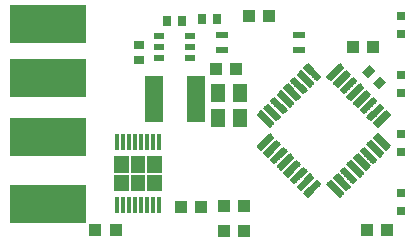
<source format=gbr>
G04 EAGLE Gerber RS-274X export*
G75*
%MOMM*%
%FSLAX34Y34*%
%LPD*%
%INSolderpaste Top*%
%IPPOS*%
%AMOC8*
5,1,8,0,0,1.08239X$1,22.5*%
G01*
%ADD10R,1.000000X0.500000*%
%ADD11C,0.137500*%
%ADD12R,1.498600X3.987800*%
%ADD13R,0.896100X0.517200*%
%ADD14R,1.000000X1.100000*%
%ADD15R,0.800000X0.800000*%
%ADD16R,0.900000X0.700000*%
%ADD17R,0.700000X0.900000*%
%ADD18R,6.451600X3.251200*%
%ADD19R,1.100000X1.000000*%
%ADD20R,1.300000X1.500000*%
%ADD21R,0.304800X1.391400*%

G36*
X146957Y64875D02*
X146957Y64875D01*
X146959Y64874D01*
X147002Y64894D01*
X147046Y64912D01*
X147046Y64914D01*
X147048Y64915D01*
X147081Y65000D01*
X147081Y78494D01*
X147080Y78496D01*
X147081Y78498D01*
X147061Y78541D01*
X147043Y78585D01*
X147041Y78585D01*
X147040Y78587D01*
X146955Y78620D01*
X134985Y78620D01*
X134983Y78619D01*
X134981Y78620D01*
X134938Y78600D01*
X134894Y78582D01*
X134894Y78580D01*
X134892Y78579D01*
X134859Y78494D01*
X134859Y65000D01*
X134860Y64998D01*
X134859Y64996D01*
X134879Y64953D01*
X134897Y64909D01*
X134899Y64909D01*
X134900Y64907D01*
X134985Y64874D01*
X146955Y64874D01*
X146957Y64875D01*
G37*
G36*
X132987Y64875D02*
X132987Y64875D01*
X132989Y64874D01*
X133032Y64894D01*
X133076Y64912D01*
X133076Y64914D01*
X133078Y64915D01*
X133111Y65000D01*
X133111Y78494D01*
X133110Y78496D01*
X133111Y78498D01*
X133091Y78541D01*
X133073Y78585D01*
X133071Y78585D01*
X133070Y78587D01*
X132985Y78620D01*
X121015Y78620D01*
X121013Y78619D01*
X121011Y78620D01*
X120968Y78600D01*
X120924Y78582D01*
X120924Y78580D01*
X120922Y78579D01*
X120889Y78494D01*
X120889Y65000D01*
X120890Y64998D01*
X120889Y64996D01*
X120909Y64953D01*
X120927Y64909D01*
X120929Y64909D01*
X120930Y64907D01*
X121015Y64874D01*
X132985Y64874D01*
X132987Y64875D01*
G37*
G36*
X119017Y64875D02*
X119017Y64875D01*
X119019Y64874D01*
X119062Y64894D01*
X119106Y64912D01*
X119106Y64914D01*
X119108Y64915D01*
X119141Y65000D01*
X119141Y78494D01*
X119140Y78496D01*
X119141Y78498D01*
X119121Y78541D01*
X119103Y78585D01*
X119101Y78585D01*
X119100Y78587D01*
X119015Y78620D01*
X107045Y78620D01*
X107043Y78619D01*
X107041Y78620D01*
X106998Y78600D01*
X106954Y78582D01*
X106954Y78580D01*
X106952Y78579D01*
X106919Y78494D01*
X106919Y65000D01*
X106920Y64998D01*
X106919Y64996D01*
X106939Y64953D01*
X106957Y64909D01*
X106959Y64909D01*
X106960Y64907D01*
X107045Y64874D01*
X119015Y64874D01*
X119017Y64875D01*
G37*
G36*
X146957Y49381D02*
X146957Y49381D01*
X146959Y49380D01*
X147002Y49400D01*
X147046Y49418D01*
X147046Y49420D01*
X147048Y49421D01*
X147081Y49506D01*
X147081Y63000D01*
X147080Y63002D01*
X147081Y63004D01*
X147061Y63047D01*
X147043Y63091D01*
X147041Y63091D01*
X147040Y63093D01*
X146955Y63126D01*
X134985Y63126D01*
X134983Y63125D01*
X134981Y63126D01*
X134938Y63106D01*
X134894Y63088D01*
X134894Y63086D01*
X134892Y63085D01*
X134859Y63000D01*
X134859Y49506D01*
X134860Y49504D01*
X134859Y49502D01*
X134879Y49459D01*
X134897Y49415D01*
X134899Y49415D01*
X134900Y49413D01*
X134985Y49380D01*
X146955Y49380D01*
X146957Y49381D01*
G37*
G36*
X132987Y49381D02*
X132987Y49381D01*
X132989Y49380D01*
X133032Y49400D01*
X133076Y49418D01*
X133076Y49420D01*
X133078Y49421D01*
X133111Y49506D01*
X133111Y63000D01*
X133110Y63002D01*
X133111Y63004D01*
X133091Y63047D01*
X133073Y63091D01*
X133071Y63091D01*
X133070Y63093D01*
X132985Y63126D01*
X121015Y63126D01*
X121013Y63125D01*
X121011Y63126D01*
X120968Y63106D01*
X120924Y63088D01*
X120924Y63086D01*
X120922Y63085D01*
X120889Y63000D01*
X120889Y49506D01*
X120890Y49504D01*
X120889Y49502D01*
X120909Y49459D01*
X120927Y49415D01*
X120929Y49415D01*
X120930Y49413D01*
X121015Y49380D01*
X132985Y49380D01*
X132987Y49381D01*
G37*
G36*
X119017Y49381D02*
X119017Y49381D01*
X119019Y49380D01*
X119062Y49400D01*
X119106Y49418D01*
X119106Y49420D01*
X119108Y49421D01*
X119141Y49506D01*
X119141Y63000D01*
X119140Y63002D01*
X119141Y63004D01*
X119121Y63047D01*
X119103Y63091D01*
X119101Y63091D01*
X119100Y63093D01*
X119015Y63126D01*
X107045Y63126D01*
X107043Y63125D01*
X107041Y63126D01*
X106998Y63106D01*
X106954Y63088D01*
X106954Y63086D01*
X106952Y63085D01*
X106919Y63000D01*
X106919Y49506D01*
X106920Y49504D01*
X106919Y49502D01*
X106939Y49459D01*
X106957Y49415D01*
X106959Y49415D01*
X106960Y49413D01*
X107045Y49380D01*
X119015Y49380D01*
X119017Y49381D01*
G37*
D10*
X263000Y168850D03*
X263000Y181550D03*
X198200Y181550D03*
X198200Y168850D03*
D11*
X241473Y94554D02*
X231132Y84213D01*
X228215Y87130D01*
X238556Y97471D01*
X241473Y94554D01*
X232438Y85519D02*
X229826Y85519D01*
X228520Y86825D02*
X233744Y86825D01*
X235050Y88131D02*
X229216Y88131D01*
X230522Y89437D02*
X236356Y89437D01*
X237662Y90743D02*
X231828Y90743D01*
X233134Y92049D02*
X238968Y92049D01*
X240274Y93355D02*
X234440Y93355D01*
X235746Y94661D02*
X241366Y94661D01*
X240060Y95967D02*
X237052Y95967D01*
X238358Y97273D02*
X238754Y97273D01*
X247130Y88897D02*
X236789Y78556D01*
X233872Y81473D01*
X244213Y91814D01*
X247130Y88897D01*
X238095Y79862D02*
X235483Y79862D01*
X234177Y81168D02*
X239401Y81168D01*
X240707Y82474D02*
X234873Y82474D01*
X236179Y83780D02*
X242013Y83780D01*
X243319Y85086D02*
X237485Y85086D01*
X238791Y86392D02*
X244625Y86392D01*
X245931Y87698D02*
X240097Y87698D01*
X241403Y89004D02*
X247023Y89004D01*
X245717Y90310D02*
X242709Y90310D01*
X244015Y91616D02*
X244411Y91616D01*
X252787Y83240D02*
X242446Y72899D01*
X239529Y75816D01*
X249870Y86157D01*
X252787Y83240D01*
X243752Y74205D02*
X241140Y74205D01*
X239834Y75511D02*
X245058Y75511D01*
X246364Y76817D02*
X240530Y76817D01*
X241836Y78123D02*
X247670Y78123D01*
X248976Y79429D02*
X243142Y79429D01*
X244448Y80735D02*
X250282Y80735D01*
X251588Y82041D02*
X245754Y82041D01*
X247060Y83347D02*
X252680Y83347D01*
X251374Y84653D02*
X248366Y84653D01*
X249672Y85959D02*
X250068Y85959D01*
X258444Y77583D02*
X248103Y67242D01*
X245186Y70159D01*
X255527Y80500D01*
X258444Y77583D01*
X249409Y68548D02*
X246797Y68548D01*
X245491Y69854D02*
X250715Y69854D01*
X252021Y71160D02*
X246187Y71160D01*
X247493Y72466D02*
X253327Y72466D01*
X254633Y73772D02*
X248799Y73772D01*
X250105Y75078D02*
X255939Y75078D01*
X257245Y76384D02*
X251411Y76384D01*
X252717Y77690D02*
X258337Y77690D01*
X257031Y78996D02*
X254023Y78996D01*
X255329Y80302D02*
X255725Y80302D01*
X264100Y71927D02*
X253759Y61586D01*
X250842Y64503D01*
X261183Y74844D01*
X264100Y71927D01*
X255065Y62892D02*
X252453Y62892D01*
X251147Y64198D02*
X256371Y64198D01*
X257677Y65504D02*
X251843Y65504D01*
X253149Y66810D02*
X258983Y66810D01*
X260289Y68116D02*
X254455Y68116D01*
X255761Y69422D02*
X261595Y69422D01*
X262901Y70728D02*
X257067Y70728D01*
X258373Y72034D02*
X263993Y72034D01*
X262687Y73340D02*
X259679Y73340D01*
X260985Y74646D02*
X261381Y74646D01*
X269757Y66270D02*
X259416Y55929D01*
X256499Y58846D01*
X266840Y69187D01*
X269757Y66270D01*
X260722Y57235D02*
X258110Y57235D01*
X256804Y58541D02*
X262028Y58541D01*
X263334Y59847D02*
X257500Y59847D01*
X258806Y61153D02*
X264640Y61153D01*
X265946Y62459D02*
X260112Y62459D01*
X261418Y63765D02*
X267252Y63765D01*
X268558Y65071D02*
X262724Y65071D01*
X264030Y66377D02*
X269650Y66377D01*
X268344Y67683D02*
X265336Y67683D01*
X266642Y68989D02*
X267038Y68989D01*
X275414Y60613D02*
X265073Y50272D01*
X262156Y53189D01*
X272497Y63530D01*
X275414Y60613D01*
X266379Y51578D02*
X263767Y51578D01*
X262461Y52884D02*
X267685Y52884D01*
X268991Y54190D02*
X263157Y54190D01*
X264463Y55496D02*
X270297Y55496D01*
X271603Y56802D02*
X265769Y56802D01*
X267075Y58108D02*
X272909Y58108D01*
X274215Y59414D02*
X268381Y59414D01*
X269687Y60720D02*
X275307Y60720D01*
X274001Y62026D02*
X270993Y62026D01*
X272299Y63332D02*
X272695Y63332D01*
X281071Y54956D02*
X270730Y44615D01*
X267813Y47532D01*
X278154Y57873D01*
X281071Y54956D01*
X272036Y45921D02*
X269424Y45921D01*
X268118Y47227D02*
X273342Y47227D01*
X274648Y48533D02*
X268814Y48533D01*
X270120Y49839D02*
X275954Y49839D01*
X277260Y51145D02*
X271426Y51145D01*
X272732Y52451D02*
X278566Y52451D01*
X279872Y53757D02*
X274038Y53757D01*
X275344Y55063D02*
X280964Y55063D01*
X279658Y56369D02*
X276650Y56369D01*
X277956Y57675D02*
X278352Y57675D01*
X329844Y103729D02*
X340185Y114070D01*
X329844Y103729D02*
X326927Y106646D01*
X337268Y116987D01*
X340185Y114070D01*
X331150Y105035D02*
X328538Y105035D01*
X327232Y106341D02*
X332456Y106341D01*
X333762Y107647D02*
X327928Y107647D01*
X329234Y108953D02*
X335068Y108953D01*
X336374Y110259D02*
X330540Y110259D01*
X331846Y111565D02*
X337680Y111565D01*
X338986Y112871D02*
X333152Y112871D01*
X334458Y114177D02*
X340078Y114177D01*
X338772Y115483D02*
X335764Y115483D01*
X337070Y116789D02*
X337466Y116789D01*
X334528Y119727D02*
X324187Y109386D01*
X321270Y112303D01*
X331611Y122644D01*
X334528Y119727D01*
X325493Y110692D02*
X322881Y110692D01*
X321575Y111998D02*
X326799Y111998D01*
X328105Y113304D02*
X322271Y113304D01*
X323577Y114610D02*
X329411Y114610D01*
X330717Y115916D02*
X324883Y115916D01*
X326189Y117222D02*
X332023Y117222D01*
X333329Y118528D02*
X327495Y118528D01*
X328801Y119834D02*
X334421Y119834D01*
X333115Y121140D02*
X330107Y121140D01*
X331413Y122446D02*
X331809Y122446D01*
X328871Y125384D02*
X318530Y115043D01*
X315613Y117960D01*
X325954Y128301D01*
X328871Y125384D01*
X319836Y116349D02*
X317224Y116349D01*
X315918Y117655D02*
X321142Y117655D01*
X322448Y118961D02*
X316614Y118961D01*
X317920Y120267D02*
X323754Y120267D01*
X325060Y121573D02*
X319226Y121573D01*
X320532Y122879D02*
X326366Y122879D01*
X327672Y124185D02*
X321838Y124185D01*
X323144Y125491D02*
X328764Y125491D01*
X327458Y126797D02*
X324450Y126797D01*
X325756Y128103D02*
X326152Y128103D01*
X323214Y131041D02*
X312873Y120700D01*
X309956Y123617D01*
X320297Y133958D01*
X323214Y131041D01*
X314179Y122006D02*
X311567Y122006D01*
X310261Y123312D02*
X315485Y123312D01*
X316791Y124618D02*
X310957Y124618D01*
X312263Y125924D02*
X318097Y125924D01*
X319403Y127230D02*
X313569Y127230D01*
X314875Y128536D02*
X320709Y128536D01*
X322015Y129842D02*
X316181Y129842D01*
X317487Y131148D02*
X323107Y131148D01*
X321801Y132454D02*
X318793Y132454D01*
X320099Y133760D02*
X320495Y133760D01*
X317558Y136697D02*
X307217Y126356D01*
X304300Y129273D01*
X314641Y139614D01*
X317558Y136697D01*
X308523Y127662D02*
X305911Y127662D01*
X304605Y128968D02*
X309829Y128968D01*
X311135Y130274D02*
X305301Y130274D01*
X306607Y131580D02*
X312441Y131580D01*
X313747Y132886D02*
X307913Y132886D01*
X309219Y134192D02*
X315053Y134192D01*
X316359Y135498D02*
X310525Y135498D01*
X311831Y136804D02*
X317451Y136804D01*
X316145Y138110D02*
X313137Y138110D01*
X314443Y139416D02*
X314839Y139416D01*
X311901Y142354D02*
X301560Y132013D01*
X298643Y134930D01*
X308984Y145271D01*
X311901Y142354D01*
X302866Y133319D02*
X300254Y133319D01*
X298948Y134625D02*
X304172Y134625D01*
X305478Y135931D02*
X299644Y135931D01*
X300950Y137237D02*
X306784Y137237D01*
X308090Y138543D02*
X302256Y138543D01*
X303562Y139849D02*
X309396Y139849D01*
X310702Y141155D02*
X304868Y141155D01*
X306174Y142461D02*
X311794Y142461D01*
X310488Y143767D02*
X307480Y143767D01*
X308786Y145073D02*
X309182Y145073D01*
X306244Y148011D02*
X295903Y137670D01*
X292986Y140587D01*
X303327Y150928D01*
X306244Y148011D01*
X297209Y138976D02*
X294597Y138976D01*
X293291Y140282D02*
X298515Y140282D01*
X299821Y141588D02*
X293987Y141588D01*
X295293Y142894D02*
X301127Y142894D01*
X302433Y144200D02*
X296599Y144200D01*
X297905Y145506D02*
X303739Y145506D01*
X305045Y146812D02*
X299211Y146812D01*
X300517Y148118D02*
X306137Y148118D01*
X304831Y149424D02*
X301823Y149424D01*
X303129Y150730D02*
X303525Y150730D01*
X300587Y153668D02*
X290246Y143327D01*
X287329Y146244D01*
X297670Y156585D01*
X300587Y153668D01*
X291552Y144633D02*
X288940Y144633D01*
X287634Y145939D02*
X292858Y145939D01*
X294164Y147245D02*
X288330Y147245D01*
X289636Y148551D02*
X295470Y148551D01*
X296776Y149857D02*
X290942Y149857D01*
X292248Y151163D02*
X298082Y151163D01*
X299388Y152469D02*
X293554Y152469D01*
X294860Y153775D02*
X300480Y153775D01*
X299174Y155081D02*
X296166Y155081D01*
X297472Y156387D02*
X297868Y156387D01*
X278154Y143327D02*
X267813Y153668D01*
X270730Y156585D01*
X281071Y146244D01*
X278154Y143327D01*
X279460Y144633D02*
X276848Y144633D01*
X275542Y145939D02*
X280766Y145939D01*
X280070Y147245D02*
X274236Y147245D01*
X272930Y148551D02*
X278764Y148551D01*
X277458Y149857D02*
X271624Y149857D01*
X270318Y151163D02*
X276152Y151163D01*
X274846Y152469D02*
X269012Y152469D01*
X267920Y153775D02*
X273540Y153775D01*
X272234Y155081D02*
X269226Y155081D01*
X270532Y156387D02*
X270928Y156387D01*
X262156Y148011D02*
X272497Y137670D01*
X262156Y148011D02*
X265073Y150928D01*
X275414Y140587D01*
X272497Y137670D01*
X273803Y138976D02*
X271191Y138976D01*
X269885Y140282D02*
X275109Y140282D01*
X274413Y141588D02*
X268579Y141588D01*
X267273Y142894D02*
X273107Y142894D01*
X271801Y144200D02*
X265967Y144200D01*
X264661Y145506D02*
X270495Y145506D01*
X269189Y146812D02*
X263355Y146812D01*
X262263Y148118D02*
X267883Y148118D01*
X266577Y149424D02*
X263569Y149424D01*
X264875Y150730D02*
X265271Y150730D01*
X256499Y142354D02*
X266840Y132013D01*
X256499Y142354D02*
X259416Y145271D01*
X269757Y134930D01*
X266840Y132013D01*
X268146Y133319D02*
X265534Y133319D01*
X264228Y134625D02*
X269452Y134625D01*
X268756Y135931D02*
X262922Y135931D01*
X261616Y137237D02*
X267450Y137237D01*
X266144Y138543D02*
X260310Y138543D01*
X259004Y139849D02*
X264838Y139849D01*
X263532Y141155D02*
X257698Y141155D01*
X256606Y142461D02*
X262226Y142461D01*
X260920Y143767D02*
X257912Y143767D01*
X259218Y145073D02*
X259614Y145073D01*
X250842Y136697D02*
X261183Y126356D01*
X250842Y136697D02*
X253759Y139614D01*
X264100Y129273D01*
X261183Y126356D01*
X262489Y127662D02*
X259877Y127662D01*
X258571Y128968D02*
X263795Y128968D01*
X263099Y130274D02*
X257265Y130274D01*
X255959Y131580D02*
X261793Y131580D01*
X260487Y132886D02*
X254653Y132886D01*
X253347Y134192D02*
X259181Y134192D01*
X257875Y135498D02*
X252041Y135498D01*
X250949Y136804D02*
X256569Y136804D01*
X255263Y138110D02*
X252255Y138110D01*
X253561Y139416D02*
X253957Y139416D01*
X245186Y131041D02*
X255527Y120700D01*
X245186Y131041D02*
X248103Y133958D01*
X258444Y123617D01*
X255527Y120700D01*
X256833Y122006D02*
X254221Y122006D01*
X252915Y123312D02*
X258139Y123312D01*
X257443Y124618D02*
X251609Y124618D01*
X250303Y125924D02*
X256137Y125924D01*
X254831Y127230D02*
X248997Y127230D01*
X247691Y128536D02*
X253525Y128536D01*
X252219Y129842D02*
X246385Y129842D01*
X245293Y131148D02*
X250913Y131148D01*
X249607Y132454D02*
X246599Y132454D01*
X247905Y133760D02*
X248301Y133760D01*
X239529Y125384D02*
X249870Y115043D01*
X239529Y125384D02*
X242446Y128301D01*
X252787Y117960D01*
X249870Y115043D01*
X251176Y116349D02*
X248564Y116349D01*
X247258Y117655D02*
X252482Y117655D01*
X251786Y118961D02*
X245952Y118961D01*
X244646Y120267D02*
X250480Y120267D01*
X249174Y121573D02*
X243340Y121573D01*
X242034Y122879D02*
X247868Y122879D01*
X246562Y124185D02*
X240728Y124185D01*
X239636Y125491D02*
X245256Y125491D01*
X243950Y126797D02*
X240942Y126797D01*
X242248Y128103D02*
X242644Y128103D01*
X233872Y119727D02*
X244213Y109386D01*
X233872Y119727D02*
X236789Y122644D01*
X247130Y112303D01*
X244213Y109386D01*
X245519Y110692D02*
X242907Y110692D01*
X241601Y111998D02*
X246825Y111998D01*
X246129Y113304D02*
X240295Y113304D01*
X238989Y114610D02*
X244823Y114610D01*
X243517Y115916D02*
X237683Y115916D01*
X236377Y117222D02*
X242211Y117222D01*
X240905Y118528D02*
X235071Y118528D01*
X233979Y119834D02*
X239599Y119834D01*
X238293Y121140D02*
X235285Y121140D01*
X236591Y122446D02*
X236987Y122446D01*
X228215Y114070D02*
X238556Y103729D01*
X228215Y114070D02*
X231132Y116987D01*
X241473Y106646D01*
X238556Y103729D01*
X239862Y105035D02*
X237250Y105035D01*
X235944Y106341D02*
X241168Y106341D01*
X240472Y107647D02*
X234638Y107647D01*
X233332Y108953D02*
X239166Y108953D01*
X237860Y110259D02*
X232026Y110259D01*
X230720Y111565D02*
X236554Y111565D01*
X235248Y112871D02*
X229414Y112871D01*
X228322Y114177D02*
X233942Y114177D01*
X232636Y115483D02*
X229628Y115483D01*
X230934Y116789D02*
X231330Y116789D01*
X287329Y54956D02*
X297670Y44615D01*
X287329Y54956D02*
X290246Y57873D01*
X300587Y47532D01*
X297670Y44615D01*
X298976Y45921D02*
X296364Y45921D01*
X295058Y47227D02*
X300282Y47227D01*
X299586Y48533D02*
X293752Y48533D01*
X292446Y49839D02*
X298280Y49839D01*
X296974Y51145D02*
X291140Y51145D01*
X289834Y52451D02*
X295668Y52451D01*
X294362Y53757D02*
X288528Y53757D01*
X287436Y55063D02*
X293056Y55063D01*
X291750Y56369D02*
X288742Y56369D01*
X290048Y57675D02*
X290444Y57675D01*
X292986Y60613D02*
X303327Y50272D01*
X292986Y60613D02*
X295903Y63530D01*
X306244Y53189D01*
X303327Y50272D01*
X304633Y51578D02*
X302021Y51578D01*
X300715Y52884D02*
X305939Y52884D01*
X305243Y54190D02*
X299409Y54190D01*
X298103Y55496D02*
X303937Y55496D01*
X302631Y56802D02*
X296797Y56802D01*
X295491Y58108D02*
X301325Y58108D01*
X300019Y59414D02*
X294185Y59414D01*
X293093Y60720D02*
X298713Y60720D01*
X297407Y62026D02*
X294399Y62026D01*
X295705Y63332D02*
X296101Y63332D01*
X298643Y66270D02*
X308984Y55929D01*
X298643Y66270D02*
X301560Y69187D01*
X311901Y58846D01*
X308984Y55929D01*
X310290Y57235D02*
X307678Y57235D01*
X306372Y58541D02*
X311596Y58541D01*
X310900Y59847D02*
X305066Y59847D01*
X303760Y61153D02*
X309594Y61153D01*
X308288Y62459D02*
X302454Y62459D01*
X301148Y63765D02*
X306982Y63765D01*
X305676Y65071D02*
X299842Y65071D01*
X298750Y66377D02*
X304370Y66377D01*
X303064Y67683D02*
X300056Y67683D01*
X301362Y68989D02*
X301758Y68989D01*
X304300Y71927D02*
X314641Y61586D01*
X304300Y71927D02*
X307217Y74844D01*
X317558Y64503D01*
X314641Y61586D01*
X315947Y62892D02*
X313335Y62892D01*
X312029Y64198D02*
X317253Y64198D01*
X316557Y65504D02*
X310723Y65504D01*
X309417Y66810D02*
X315251Y66810D01*
X313945Y68116D02*
X308111Y68116D01*
X306805Y69422D02*
X312639Y69422D01*
X311333Y70728D02*
X305499Y70728D01*
X304407Y72034D02*
X310027Y72034D01*
X308721Y73340D02*
X305713Y73340D01*
X307019Y74646D02*
X307415Y74646D01*
X309956Y77583D02*
X320297Y67242D01*
X309956Y77583D02*
X312873Y80500D01*
X323214Y70159D01*
X320297Y67242D01*
X321603Y68548D02*
X318991Y68548D01*
X317685Y69854D02*
X322909Y69854D01*
X322213Y71160D02*
X316379Y71160D01*
X315073Y72466D02*
X320907Y72466D01*
X319601Y73772D02*
X313767Y73772D01*
X312461Y75078D02*
X318295Y75078D01*
X316989Y76384D02*
X311155Y76384D01*
X310063Y77690D02*
X315683Y77690D01*
X314377Y78996D02*
X311369Y78996D01*
X312675Y80302D02*
X313071Y80302D01*
X315613Y83240D02*
X325954Y72899D01*
X315613Y83240D02*
X318530Y86157D01*
X328871Y75816D01*
X325954Y72899D01*
X327260Y74205D02*
X324648Y74205D01*
X323342Y75511D02*
X328566Y75511D01*
X327870Y76817D02*
X322036Y76817D01*
X320730Y78123D02*
X326564Y78123D01*
X325258Y79429D02*
X319424Y79429D01*
X318118Y80735D02*
X323952Y80735D01*
X322646Y82041D02*
X316812Y82041D01*
X315720Y83347D02*
X321340Y83347D01*
X320034Y84653D02*
X317026Y84653D01*
X318332Y85959D02*
X318728Y85959D01*
X321270Y88897D02*
X331611Y78556D01*
X321270Y88897D02*
X324187Y91814D01*
X334528Y81473D01*
X331611Y78556D01*
X332917Y79862D02*
X330305Y79862D01*
X328999Y81168D02*
X334223Y81168D01*
X333527Y82474D02*
X327693Y82474D01*
X326387Y83780D02*
X332221Y83780D01*
X330915Y85086D02*
X325081Y85086D01*
X323775Y86392D02*
X329609Y86392D01*
X328303Y87698D02*
X322469Y87698D01*
X321377Y89004D02*
X326997Y89004D01*
X325691Y90310D02*
X322683Y90310D01*
X323989Y91616D02*
X324385Y91616D01*
X326927Y94554D02*
X337268Y84213D01*
X326927Y94554D02*
X329844Y97471D01*
X340185Y87130D01*
X337268Y84213D01*
X338574Y85519D02*
X335962Y85519D01*
X334656Y86825D02*
X339880Y86825D01*
X339184Y88131D02*
X333350Y88131D01*
X332044Y89437D02*
X337878Y89437D01*
X336572Y90743D02*
X330738Y90743D01*
X329432Y92049D02*
X335266Y92049D01*
X333960Y93355D02*
X328126Y93355D01*
X327034Y94661D02*
X332654Y94661D01*
X331348Y95967D02*
X328340Y95967D01*
X329646Y97273D02*
X330042Y97273D01*
D12*
X176400Y127700D03*
X140400Y127700D03*
D13*
X171090Y162000D03*
X171090Y171500D03*
X171090Y181000D03*
X145111Y181000D03*
X145111Y171500D03*
X145111Y162000D03*
D14*
X209900Y153000D03*
X192900Y153000D03*
X320500Y16400D03*
X337500Y16400D03*
X221100Y197800D03*
X238100Y197800D03*
D15*
X350000Y197500D03*
X350000Y182500D03*
X350000Y147500D03*
X350000Y132500D03*
X350000Y97500D03*
X350000Y82500D03*
X350000Y47500D03*
X350000Y32500D03*
D16*
X128000Y173000D03*
X128000Y160000D03*
D14*
X325700Y171200D03*
X308700Y171200D03*
D17*
X181100Y195400D03*
X194100Y195400D03*
D14*
X199400Y15800D03*
X216400Y15800D03*
X199400Y36500D03*
X216400Y36500D03*
D18*
X50800Y38100D03*
X50800Y94900D03*
X50800Y190500D03*
X50800Y144700D03*
D17*
X151500Y193000D03*
X164500Y193000D03*
D19*
X108000Y16000D03*
X91000Y16000D03*
D20*
X194500Y132000D03*
X213500Y132000D03*
X194500Y111000D03*
X213500Y111000D03*
D17*
G36*
X321697Y144940D02*
X316748Y149889D01*
X323111Y156252D01*
X328060Y151303D01*
X321697Y144940D01*
G37*
G36*
X330889Y135748D02*
X325940Y140697D01*
X332303Y147060D01*
X337252Y142111D01*
X330889Y135748D01*
G37*
D21*
X109496Y37485D03*
X114497Y37485D03*
X119498Y37485D03*
X124499Y37485D03*
X129501Y37485D03*
X134502Y37485D03*
X139503Y37485D03*
X144504Y37485D03*
X144504Y90515D03*
X139503Y90515D03*
X134502Y90515D03*
X129501Y90515D03*
X124499Y90515D03*
X119498Y90515D03*
X114497Y90515D03*
X109496Y90515D03*
D14*
X180500Y36000D03*
X163500Y36000D03*
M02*

</source>
